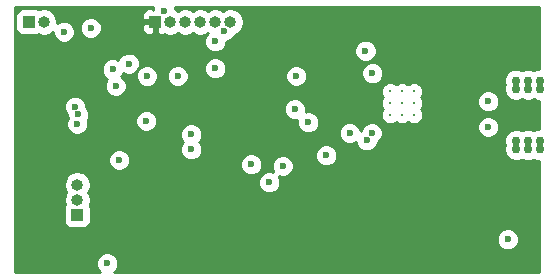
<source format=gbr>
G04 #@! TF.FileFunction,Copper,L3,Inr,Plane*
%FSLAX46Y46*%
G04 Gerber Fmt 4.6, Leading zero omitted, Abs format (unit mm)*
G04 Created by KiCad (PCBNEW 4.0.6) date Mon Mar 20 23:38:24 2017*
%MOMM*%
%LPD*%
G01*
G04 APERTURE LIST*
%ADD10C,0.100000*%
%ADD11C,0.762000*%
%ADD12C,0.300000*%
%ADD13R,1.000000X1.000000*%
%ADD14O,1.000000X1.000000*%
%ADD15C,0.600000*%
%ADD16C,0.250000*%
%ADD17C,0.254000*%
G04 APERTURE END LIST*
D10*
D11*
X11601000Y1448160D03*
X11601000Y2148160D03*
X10601000Y1448160D03*
X9601000Y1448160D03*
X9601000Y2148160D03*
X10601000Y2148160D03*
X11601000Y-2951840D03*
X10601000Y-2951840D03*
X9601000Y-2951840D03*
X9601000Y-3651840D03*
X10601000Y-3651840D03*
X11601000Y-3651840D03*
D12*
X-50800Y228600D03*
X949200Y228600D03*
X949200Y-771400D03*
X-50800Y-771400D03*
X-1050800Y-771400D03*
X-1050800Y1228600D03*
X-50800Y1228600D03*
X949200Y1228600D03*
X-1050800Y228600D03*
D13*
X-31648400Y7112000D03*
D14*
X-30378400Y7112000D03*
D13*
X-20955000Y7112000D03*
D14*
X-19685000Y7112000D03*
X-18415000Y7112000D03*
X-17145000Y7112000D03*
X-15875000Y7112000D03*
X-14605000Y7112000D03*
D13*
X-27559000Y-9220200D03*
D14*
X-27559000Y-7950200D03*
X-27559000Y-6680200D03*
D15*
X7239000Y-1778000D03*
X7239000Y381000D03*
X-25019000Y-13335000D03*
X-3149600Y4661000D03*
X-9017000Y2540000D03*
X8890000Y-11303000D03*
X-24297062Y1691062D03*
X-26416000Y6604000D03*
X-24003000Y-4572000D03*
X-10160000Y-5080000D03*
X-9144000Y-254000D03*
X-8001000Y-1397000D03*
X-2565400Y2768600D03*
X-28676600Y6273800D03*
X-5715000Y2921000D03*
X-26416000Y8001000D03*
X-10033000Y-1397000D03*
X-9906000Y3429000D03*
X-8636000Y-4445000D03*
X3683000Y4064000D03*
X5080000Y2540000D03*
X-23495000Y-5715000D03*
X-24892000Y-2286000D03*
X-22326600Y4445000D03*
X-9398000Y-12192000D03*
X-20928260Y-8178800D03*
X-762000Y6527800D03*
X3429000Y-6350000D03*
X-2489200Y-4902200D03*
X-939800Y-6172200D03*
X1320800Y6121400D03*
X2590800Y-3403600D03*
X-17907000Y-3683000D03*
X-17907000Y-2413000D03*
X-15875000Y3175000D03*
X-15875000Y5461000D03*
X-27752647Y-63567D03*
X-24561800Y3098800D03*
X-23190200Y3581400D03*
X-27482800Y-711200D03*
X-21717000Y-1270000D03*
X-27559000Y-1524000D03*
X-15113000Y6350000D03*
X-19050000Y2540000D03*
X-4495800Y-2286000D03*
X-2616200Y-2286000D03*
X-6477000Y-4191000D03*
X-3048000Y-2921000D03*
X-20193000Y8077200D03*
X-21640800Y2514600D03*
X-11303000Y-6477000D03*
X-12827000Y-4953000D03*
D16*
X-20928260Y-8178800D02*
X-20929600Y-8178800D01*
D17*
G36*
X-21127838Y8263999D02*
X-21127951Y8134201D01*
X-21240750Y8247000D01*
X-21581310Y8247000D01*
X-21814699Y8150327D01*
X-21993327Y7971698D01*
X-22090000Y7738309D01*
X-22090000Y7397750D01*
X-21931250Y7239000D01*
X-21082000Y7239000D01*
X-21082000Y7259000D01*
X-20828000Y7259000D01*
X-20828000Y7239000D01*
X-20808000Y7239000D01*
X-20808000Y7194564D01*
X-20820000Y7134236D01*
X-20820000Y7089764D01*
X-20808000Y7029436D01*
X-20808000Y6985000D01*
X-20828000Y6985000D01*
X-20828000Y6135750D01*
X-20669250Y5977000D01*
X-20328690Y5977000D01*
X-20140182Y6055083D01*
X-20119346Y6041161D01*
X-19685000Y5954764D01*
X-19250654Y6041161D01*
X-19050000Y6175234D01*
X-18849346Y6041161D01*
X-18415000Y5954764D01*
X-17980654Y6041161D01*
X-17780000Y6175234D01*
X-17579346Y6041161D01*
X-17145000Y5954764D01*
X-16710654Y6041161D01*
X-16510000Y6175234D01*
X-16493804Y6164412D01*
X-16667192Y5991327D01*
X-16809838Y5647799D01*
X-16810162Y5275833D01*
X-16668117Y4932057D01*
X-16405327Y4668808D01*
X-16061799Y4526162D01*
X-15689833Y4525838D01*
X-15346057Y4667883D01*
X-15082808Y4930673D01*
X-14940162Y5274201D01*
X-14940039Y5414849D01*
X-14927833Y5414838D01*
X-14584057Y5556883D01*
X-14320808Y5819673D01*
X-14234076Y6028546D01*
X-14170654Y6041161D01*
X-13802434Y6287198D01*
X-13556397Y6655418D01*
X-13470000Y7089764D01*
X-13470000Y7134236D01*
X-13556397Y7568582D01*
X-13802434Y7936802D01*
X-14170654Y8182839D01*
X-14605000Y8269236D01*
X-15039346Y8182839D01*
X-15240000Y8048766D01*
X-15440654Y8182839D01*
X-15875000Y8269236D01*
X-16309346Y8182839D01*
X-16510000Y8048766D01*
X-16710654Y8182839D01*
X-17145000Y8269236D01*
X-17579346Y8182839D01*
X-17780000Y8048766D01*
X-17980654Y8182839D01*
X-18415000Y8269236D01*
X-18849346Y8182839D01*
X-19050000Y8048766D01*
X-19250654Y8182839D01*
X-19257906Y8184282D01*
X-19257838Y8262367D01*
X-19286610Y8332000D01*
X11507000Y8332000D01*
X11507000Y3164243D01*
X11399792Y3164336D01*
X11100726Y3040765D01*
X10803982Y3163984D01*
X10399792Y3164336D01*
X10100726Y3040765D01*
X9803982Y3163984D01*
X9399792Y3164336D01*
X9026234Y3009985D01*
X8740179Y2724429D01*
X8585176Y2351142D01*
X8584824Y1946952D01*
X8646264Y1798257D01*
X8585176Y1651142D01*
X8584824Y1246952D01*
X8739175Y873394D01*
X9024731Y587339D01*
X9398018Y432336D01*
X9802208Y431984D01*
X10101274Y555555D01*
X10398018Y432336D01*
X10802208Y431984D01*
X11101274Y555555D01*
X11398018Y432336D01*
X11507000Y432241D01*
X11507000Y-1935757D01*
X11399792Y-1935664D01*
X11100726Y-2059235D01*
X10803982Y-1936016D01*
X10399792Y-1935664D01*
X10100726Y-2059235D01*
X9803982Y-1936016D01*
X9399792Y-1935664D01*
X9026234Y-2090015D01*
X8740179Y-2375571D01*
X8585176Y-2748858D01*
X8584824Y-3153048D01*
X8646264Y-3301743D01*
X8585176Y-3448858D01*
X8584824Y-3853048D01*
X8739175Y-4226606D01*
X9024731Y-4512661D01*
X9398018Y-4667664D01*
X9802208Y-4668016D01*
X10101274Y-4544445D01*
X10398018Y-4667664D01*
X10802208Y-4668016D01*
X11101274Y-4544445D01*
X11398018Y-4667664D01*
X11507000Y-4667759D01*
X11507000Y-14047000D01*
X-24408798Y-14047000D01*
X-24226808Y-13865327D01*
X-24084162Y-13521799D01*
X-24083838Y-13149833D01*
X-24225883Y-12806057D01*
X-24488673Y-12542808D01*
X-24832201Y-12400162D01*
X-25204167Y-12399838D01*
X-25547943Y-12541883D01*
X-25811192Y-12804673D01*
X-25953838Y-13148201D01*
X-25954162Y-13520167D01*
X-25812117Y-13863943D01*
X-25629379Y-14047000D01*
X-32843000Y-14047000D01*
X-32843000Y-11488167D01*
X7954838Y-11488167D01*
X8096883Y-11831943D01*
X8359673Y-12095192D01*
X8703201Y-12237838D01*
X9075167Y-12238162D01*
X9418943Y-12096117D01*
X9682192Y-11833327D01*
X9824838Y-11489799D01*
X9825162Y-11117833D01*
X9683117Y-10774057D01*
X9420327Y-10510808D01*
X9076799Y-10368162D01*
X8704833Y-10367838D01*
X8361057Y-10509883D01*
X8097808Y-10772673D01*
X7955162Y-11116201D01*
X7954838Y-11488167D01*
X-32843000Y-11488167D01*
X-32843000Y-6680200D01*
X-28716236Y-6680200D01*
X-28629839Y-7114546D01*
X-28495766Y-7315200D01*
X-28629839Y-7515854D01*
X-28716236Y-7950200D01*
X-28629839Y-8384546D01*
X-28614195Y-8407959D01*
X-28655431Y-8468310D01*
X-28706440Y-8720200D01*
X-28706440Y-9720200D01*
X-28662162Y-9955517D01*
X-28523090Y-10171641D01*
X-28310890Y-10316631D01*
X-28059000Y-10367640D01*
X-27059000Y-10367640D01*
X-26823683Y-10323362D01*
X-26607559Y-10184290D01*
X-26462569Y-9972090D01*
X-26411560Y-9720200D01*
X-26411560Y-8720200D01*
X-26455838Y-8484883D01*
X-26504586Y-8409127D01*
X-26488161Y-8384546D01*
X-26401764Y-7950200D01*
X-26488161Y-7515854D01*
X-26622234Y-7315200D01*
X-26488161Y-7114546D01*
X-26401764Y-6680200D01*
X-26405350Y-6662167D01*
X-12238162Y-6662167D01*
X-12096117Y-7005943D01*
X-11833327Y-7269192D01*
X-11489799Y-7411838D01*
X-11117833Y-7412162D01*
X-10774057Y-7270117D01*
X-10510808Y-7007327D01*
X-10368162Y-6663799D01*
X-10367838Y-6291833D01*
X-10509883Y-5948057D01*
X-10511482Y-5946455D01*
X-10346799Y-6014838D01*
X-9974833Y-6015162D01*
X-9631057Y-5873117D01*
X-9367808Y-5610327D01*
X-9225162Y-5266799D01*
X-9224838Y-4894833D01*
X-9366883Y-4551057D01*
X-9541468Y-4376167D01*
X-7412162Y-4376167D01*
X-7270117Y-4719943D01*
X-7007327Y-4983192D01*
X-6663799Y-5125838D01*
X-6291833Y-5126162D01*
X-5948057Y-4984117D01*
X-5684808Y-4721327D01*
X-5542162Y-4377799D01*
X-5541838Y-4005833D01*
X-5683883Y-3662057D01*
X-5946673Y-3398808D01*
X-6290201Y-3256162D01*
X-6662167Y-3255838D01*
X-7005943Y-3397883D01*
X-7269192Y-3660673D01*
X-7411838Y-4004201D01*
X-7412162Y-4376167D01*
X-9541468Y-4376167D01*
X-9629673Y-4287808D01*
X-9973201Y-4145162D01*
X-10345167Y-4144838D01*
X-10688943Y-4286883D01*
X-10952192Y-4549673D01*
X-11094838Y-4893201D01*
X-11095162Y-5265167D01*
X-10953117Y-5608943D01*
X-10951518Y-5610545D01*
X-11116201Y-5542162D01*
X-11488167Y-5541838D01*
X-11831943Y-5683883D01*
X-12095192Y-5946673D01*
X-12237838Y-6290201D01*
X-12238162Y-6662167D01*
X-26405350Y-6662167D01*
X-26488161Y-6245854D01*
X-26734198Y-5877634D01*
X-27102418Y-5631597D01*
X-27536764Y-5545200D01*
X-27581236Y-5545200D01*
X-28015582Y-5631597D01*
X-28383802Y-5877634D01*
X-28629839Y-6245854D01*
X-28716236Y-6680200D01*
X-32843000Y-6680200D01*
X-32843000Y-4757167D01*
X-24938162Y-4757167D01*
X-24796117Y-5100943D01*
X-24533327Y-5364192D01*
X-24189799Y-5506838D01*
X-23817833Y-5507162D01*
X-23474057Y-5365117D01*
X-23246711Y-5138167D01*
X-13762162Y-5138167D01*
X-13620117Y-5481943D01*
X-13357327Y-5745192D01*
X-13013799Y-5887838D01*
X-12641833Y-5888162D01*
X-12298057Y-5746117D01*
X-12034808Y-5483327D01*
X-11892162Y-5139799D01*
X-11891838Y-4767833D01*
X-12033883Y-4424057D01*
X-12296673Y-4160808D01*
X-12640201Y-4018162D01*
X-13012167Y-4017838D01*
X-13355943Y-4159883D01*
X-13619192Y-4422673D01*
X-13761838Y-4766201D01*
X-13762162Y-5138167D01*
X-23246711Y-5138167D01*
X-23210808Y-5102327D01*
X-23068162Y-4758799D01*
X-23067838Y-4386833D01*
X-23209883Y-4043057D01*
X-23472673Y-3779808D01*
X-23816201Y-3637162D01*
X-24188167Y-3636838D01*
X-24531943Y-3778883D01*
X-24795192Y-4041673D01*
X-24937838Y-4385201D01*
X-24938162Y-4757167D01*
X-32843000Y-4757167D01*
X-32843000Y-2598167D01*
X-18842162Y-2598167D01*
X-18700117Y-2941943D01*
X-18594290Y-3047954D01*
X-18699192Y-3152673D01*
X-18841838Y-3496201D01*
X-18842162Y-3868167D01*
X-18700117Y-4211943D01*
X-18437327Y-4475192D01*
X-18093799Y-4617838D01*
X-17721833Y-4618162D01*
X-17378057Y-4476117D01*
X-17114808Y-4213327D01*
X-16972162Y-3869799D01*
X-16971838Y-3497833D01*
X-17113883Y-3154057D01*
X-17219710Y-3048046D01*
X-17114808Y-2943327D01*
X-16972162Y-2599799D01*
X-16972050Y-2471167D01*
X-5430962Y-2471167D01*
X-5288917Y-2814943D01*
X-5026127Y-3078192D01*
X-4682599Y-3220838D01*
X-4310633Y-3221162D01*
X-3983144Y-3085847D01*
X-3983162Y-3106167D01*
X-3841117Y-3449943D01*
X-3578327Y-3713192D01*
X-3234799Y-3855838D01*
X-2862833Y-3856162D01*
X-2519057Y-3714117D01*
X-2255808Y-3451327D01*
X-2113162Y-3107799D01*
X-2113146Y-3089814D01*
X-2087257Y-3079117D01*
X-1824008Y-2816327D01*
X-1681362Y-2472799D01*
X-1681038Y-2100833D01*
X-1737920Y-1963167D01*
X6303838Y-1963167D01*
X6445883Y-2306943D01*
X6708673Y-2570192D01*
X7052201Y-2712838D01*
X7424167Y-2713162D01*
X7767943Y-2571117D01*
X8031192Y-2308327D01*
X8173838Y-1964799D01*
X8174162Y-1592833D01*
X8032117Y-1249057D01*
X7769327Y-985808D01*
X7425799Y-843162D01*
X7053833Y-842838D01*
X6710057Y-984883D01*
X6446808Y-1247673D01*
X6304162Y-1591201D01*
X6303838Y-1963167D01*
X-1737920Y-1963167D01*
X-1823083Y-1757057D01*
X-2085873Y-1493808D01*
X-2429401Y-1351162D01*
X-2801367Y-1350838D01*
X-3145143Y-1492883D01*
X-3408392Y-1755673D01*
X-3551038Y-2099201D01*
X-3551054Y-2117186D01*
X-3560656Y-2121153D01*
X-3560638Y-2100833D01*
X-3702683Y-1757057D01*
X-3965473Y-1493808D01*
X-4309001Y-1351162D01*
X-4680967Y-1350838D01*
X-5024743Y-1492883D01*
X-5287992Y-1755673D01*
X-5430638Y-2099201D01*
X-5430962Y-2471167D01*
X-16972050Y-2471167D01*
X-16971838Y-2227833D01*
X-17113883Y-1884057D01*
X-17376673Y-1620808D01*
X-17720201Y-1478162D01*
X-18092167Y-1477838D01*
X-18435943Y-1619883D01*
X-18699192Y-1882673D01*
X-18841838Y-2226201D01*
X-18842162Y-2598167D01*
X-32843000Y-2598167D01*
X-32843000Y-248734D01*
X-28687809Y-248734D01*
X-28545764Y-592510D01*
X-28417809Y-720689D01*
X-28417962Y-896367D01*
X-28364507Y-1025739D01*
X-28493838Y-1337201D01*
X-28494162Y-1709167D01*
X-28352117Y-2052943D01*
X-28089327Y-2316192D01*
X-27745799Y-2458838D01*
X-27373833Y-2459162D01*
X-27030057Y-2317117D01*
X-26766808Y-2054327D01*
X-26624162Y-1710799D01*
X-26623940Y-1455167D01*
X-22652162Y-1455167D01*
X-22510117Y-1798943D01*
X-22247327Y-2062192D01*
X-21903799Y-2204838D01*
X-21531833Y-2205162D01*
X-21188057Y-2063117D01*
X-20924808Y-1800327D01*
X-20782162Y-1456799D01*
X-20781838Y-1084833D01*
X-20923883Y-741057D01*
X-21186673Y-477808D01*
X-21279730Y-439167D01*
X-10079162Y-439167D01*
X-9937117Y-782943D01*
X-9674327Y-1046192D01*
X-9330799Y-1188838D01*
X-8958833Y-1189162D01*
X-8920530Y-1173336D01*
X-8935838Y-1210201D01*
X-8936162Y-1582167D01*
X-8794117Y-1925943D01*
X-8531327Y-2189192D01*
X-8187799Y-2331838D01*
X-7815833Y-2332162D01*
X-7472057Y-2190117D01*
X-7208808Y-1927327D01*
X-7066162Y-1583799D01*
X-7065838Y-1211833D01*
X-7207883Y-868057D01*
X-7470673Y-604808D01*
X-7814201Y-462162D01*
X-8186167Y-461838D01*
X-8224470Y-477664D01*
X-8209162Y-440799D01*
X-8208838Y-68833D01*
X-8350883Y274943D01*
X-8613673Y538192D01*
X-8957201Y680838D01*
X-9329167Y681162D01*
X-9672943Y539117D01*
X-9936192Y276327D01*
X-10078838Y-67201D01*
X-10079162Y-439167D01*
X-21279730Y-439167D01*
X-21530201Y-335162D01*
X-21902167Y-334838D01*
X-22245943Y-476883D01*
X-22509192Y-739673D01*
X-22651838Y-1083201D01*
X-22652162Y-1455167D01*
X-26623940Y-1455167D01*
X-26623838Y-1338833D01*
X-26677293Y-1209461D01*
X-26547962Y-897999D01*
X-26547638Y-526033D01*
X-26689683Y-182257D01*
X-26817638Y-54078D01*
X-26817485Y121600D01*
X-26959530Y465376D01*
X-27222320Y728625D01*
X-27565848Y871271D01*
X-27937814Y871595D01*
X-28281590Y729550D01*
X-28544839Y466760D01*
X-28687485Y123232D01*
X-28687809Y-248734D01*
X-32843000Y-248734D01*
X-32843000Y2913633D01*
X-25496962Y2913633D01*
X-25354917Y2569857D01*
X-25092127Y2306608D01*
X-25029808Y2280731D01*
X-25089254Y2221389D01*
X-25231900Y1877861D01*
X-25232224Y1505895D01*
X-25090179Y1162119D01*
X-24827389Y898870D01*
X-24483861Y756224D01*
X-24111895Y755900D01*
X-23768119Y897945D01*
X-23592619Y1073139D01*
X-1835936Y1073139D01*
X-1716679Y784514D01*
X-1660958Y728696D01*
X-1715903Y673847D01*
X-1835663Y385431D01*
X-1835936Y73139D01*
X-1716679Y-215486D01*
X-1660958Y-271304D01*
X-1715903Y-326153D01*
X-1835663Y-614569D01*
X-1835936Y-926861D01*
X-1716679Y-1215486D01*
X-1496047Y-1436503D01*
X-1207631Y-1556263D01*
X-895339Y-1556536D01*
X-606714Y-1437279D01*
X-550896Y-1381558D01*
X-496047Y-1436503D01*
X-207631Y-1556263D01*
X104661Y-1556536D01*
X393286Y-1437279D01*
X449104Y-1381558D01*
X503953Y-1436503D01*
X792369Y-1556263D01*
X1104661Y-1556536D01*
X1393286Y-1437279D01*
X1614303Y-1216647D01*
X1734063Y-928231D01*
X1734336Y-615939D01*
X1615079Y-327314D01*
X1559358Y-271496D01*
X1614303Y-216647D01*
X1734063Y71769D01*
X1734171Y195833D01*
X6303838Y195833D01*
X6445883Y-147943D01*
X6708673Y-411192D01*
X7052201Y-553838D01*
X7424167Y-554162D01*
X7767943Y-412117D01*
X8031192Y-149327D01*
X8173838Y194201D01*
X8174162Y566167D01*
X8032117Y909943D01*
X7769327Y1173192D01*
X7425799Y1315838D01*
X7053833Y1316162D01*
X6710057Y1174117D01*
X6446808Y911327D01*
X6304162Y567799D01*
X6303838Y195833D01*
X1734171Y195833D01*
X1734336Y384061D01*
X1615079Y672686D01*
X1559358Y728504D01*
X1614303Y783353D01*
X1734063Y1071769D01*
X1734336Y1384061D01*
X1615079Y1672686D01*
X1394447Y1893703D01*
X1106031Y2013463D01*
X793739Y2013736D01*
X505114Y1894479D01*
X449296Y1838758D01*
X394447Y1893703D01*
X106031Y2013463D01*
X-206261Y2013736D01*
X-494886Y1894479D01*
X-550704Y1838758D01*
X-605553Y1893703D01*
X-893969Y2013463D01*
X-1206261Y2013736D01*
X-1494886Y1894479D01*
X-1715903Y1673847D01*
X-1835663Y1385431D01*
X-1835936Y1073139D01*
X-23592619Y1073139D01*
X-23504870Y1160735D01*
X-23362224Y1504263D01*
X-23361900Y1876229D01*
X-23503945Y2220005D01*
X-23766735Y2483254D01*
X-23829054Y2509131D01*
X-23769608Y2568473D01*
X-23684212Y2774129D01*
X-23376999Y2646562D01*
X-23005033Y2646238D01*
X-22661257Y2788283D01*
X-22453401Y2995776D01*
X-22575638Y2701399D01*
X-22575962Y2329433D01*
X-22433917Y1985657D01*
X-22171127Y1722408D01*
X-21827599Y1579762D01*
X-21455633Y1579438D01*
X-21111857Y1721483D01*
X-20848608Y1984273D01*
X-20705962Y2327801D01*
X-20705939Y2354833D01*
X-19985162Y2354833D01*
X-19843117Y2011057D01*
X-19580327Y1747808D01*
X-19236799Y1605162D01*
X-18864833Y1604838D01*
X-18521057Y1746883D01*
X-18257808Y2009673D01*
X-18115162Y2353201D01*
X-18114838Y2725167D01*
X-18224195Y2989833D01*
X-16810162Y2989833D01*
X-16668117Y2646057D01*
X-16405327Y2382808D01*
X-16061799Y2240162D01*
X-15689833Y2239838D01*
X-15411524Y2354833D01*
X-9952162Y2354833D01*
X-9810117Y2011057D01*
X-9547327Y1747808D01*
X-9203799Y1605162D01*
X-8831833Y1604838D01*
X-8488057Y1746883D01*
X-8224808Y2009673D01*
X-8082162Y2353201D01*
X-8081962Y2583433D01*
X-3500562Y2583433D01*
X-3358517Y2239657D01*
X-3095727Y1976408D01*
X-2752199Y1833762D01*
X-2380233Y1833438D01*
X-2036457Y1975483D01*
X-1773208Y2238273D01*
X-1630562Y2581801D01*
X-1630238Y2953767D01*
X-1772283Y3297543D01*
X-2035073Y3560792D01*
X-2378601Y3703438D01*
X-2750567Y3703762D01*
X-3094343Y3561717D01*
X-3357592Y3298927D01*
X-3500238Y2955399D01*
X-3500562Y2583433D01*
X-8081962Y2583433D01*
X-8081838Y2725167D01*
X-8223883Y3068943D01*
X-8486673Y3332192D01*
X-8830201Y3474838D01*
X-9202167Y3475162D01*
X-9545943Y3333117D01*
X-9809192Y3070327D01*
X-9951838Y2726799D01*
X-9952162Y2354833D01*
X-15411524Y2354833D01*
X-15346057Y2381883D01*
X-15082808Y2644673D01*
X-14940162Y2988201D01*
X-14939838Y3360167D01*
X-15081883Y3703943D01*
X-15344673Y3967192D01*
X-15688201Y4109838D01*
X-16060167Y4110162D01*
X-16403943Y3968117D01*
X-16667192Y3705327D01*
X-16809838Y3361799D01*
X-16810162Y2989833D01*
X-18224195Y2989833D01*
X-18256883Y3068943D01*
X-18519673Y3332192D01*
X-18863201Y3474838D01*
X-19235167Y3475162D01*
X-19578943Y3333117D01*
X-19842192Y3070327D01*
X-19984838Y2726799D01*
X-19985162Y2354833D01*
X-20705939Y2354833D01*
X-20705638Y2699767D01*
X-20847683Y3043543D01*
X-21110473Y3306792D01*
X-21454001Y3449438D01*
X-21825967Y3449762D01*
X-22169743Y3307717D01*
X-22377599Y3100224D01*
X-22255362Y3394601D01*
X-22255038Y3766567D01*
X-22397083Y4110343D01*
X-22659873Y4373592D01*
X-22906095Y4475833D01*
X-4084762Y4475833D01*
X-3942717Y4132057D01*
X-3679927Y3868808D01*
X-3336399Y3726162D01*
X-2964433Y3725838D01*
X-2620657Y3867883D01*
X-2357408Y4130673D01*
X-2214762Y4474201D01*
X-2214438Y4846167D01*
X-2356483Y5189943D01*
X-2619273Y5453192D01*
X-2962801Y5595838D01*
X-3334767Y5596162D01*
X-3678543Y5454117D01*
X-3941792Y5191327D01*
X-4084438Y4847799D01*
X-4084762Y4475833D01*
X-22906095Y4475833D01*
X-23003401Y4516238D01*
X-23375367Y4516562D01*
X-23719143Y4374517D01*
X-23982392Y4111727D01*
X-24067788Y3906071D01*
X-24375001Y4033638D01*
X-24746967Y4033962D01*
X-25090743Y3891917D01*
X-25353992Y3629127D01*
X-25496638Y3285599D01*
X-25496962Y2913633D01*
X-32843000Y2913633D01*
X-32843000Y7612000D01*
X-32795840Y7612000D01*
X-32795840Y6612000D01*
X-32751562Y6376683D01*
X-32612490Y6160559D01*
X-32400290Y6015569D01*
X-32148400Y5964560D01*
X-31148400Y5964560D01*
X-30913083Y6008838D01*
X-30837327Y6057586D01*
X-30812746Y6041161D01*
X-30378400Y5954764D01*
X-29944054Y6041161D01*
X-29611610Y6263293D01*
X-29611762Y6088633D01*
X-29469717Y5744857D01*
X-29206927Y5481608D01*
X-28863399Y5338962D01*
X-28491433Y5338638D01*
X-28147657Y5480683D01*
X-27884408Y5743473D01*
X-27741762Y6087001D01*
X-27741473Y6418833D01*
X-27351162Y6418833D01*
X-27209117Y6075057D01*
X-26946327Y5811808D01*
X-26602799Y5669162D01*
X-26230833Y5668838D01*
X-25887057Y5810883D01*
X-25623808Y6073673D01*
X-25481162Y6417201D01*
X-25480838Y6789167D01*
X-25496160Y6826250D01*
X-22090000Y6826250D01*
X-22090000Y6485691D01*
X-21993327Y6252302D01*
X-21814699Y6073673D01*
X-21581310Y5977000D01*
X-21240750Y5977000D01*
X-21082000Y6135750D01*
X-21082000Y6985000D01*
X-21931250Y6985000D01*
X-22090000Y6826250D01*
X-25496160Y6826250D01*
X-25622883Y7132943D01*
X-25885673Y7396192D01*
X-26229201Y7538838D01*
X-26601167Y7539162D01*
X-26944943Y7397117D01*
X-27208192Y7134327D01*
X-27350838Y6790799D01*
X-27351162Y6418833D01*
X-27741473Y6418833D01*
X-27741438Y6458967D01*
X-27883483Y6802743D01*
X-28146273Y7065992D01*
X-28489801Y7208638D01*
X-28861767Y7208962D01*
X-29205543Y7066917D01*
X-29258450Y7014102D01*
X-29243400Y7089764D01*
X-29243400Y7134236D01*
X-29329797Y7568582D01*
X-29575834Y7936802D01*
X-29944054Y8182839D01*
X-30378400Y8269236D01*
X-30812746Y8182839D01*
X-30836159Y8167195D01*
X-30896510Y8208431D01*
X-31148400Y8259440D01*
X-32148400Y8259440D01*
X-32383717Y8215162D01*
X-32599841Y8076090D01*
X-32744831Y7863890D01*
X-32795840Y7612000D01*
X-32843000Y7612000D01*
X-32843000Y8332000D01*
X-21099601Y8332000D01*
X-21127838Y8263999D01*
X-21127838Y8263999D01*
G37*
X-21127838Y8263999D02*
X-21127951Y8134201D01*
X-21240750Y8247000D01*
X-21581310Y8247000D01*
X-21814699Y8150327D01*
X-21993327Y7971698D01*
X-22090000Y7738309D01*
X-22090000Y7397750D01*
X-21931250Y7239000D01*
X-21082000Y7239000D01*
X-21082000Y7259000D01*
X-20828000Y7259000D01*
X-20828000Y7239000D01*
X-20808000Y7239000D01*
X-20808000Y7194564D01*
X-20820000Y7134236D01*
X-20820000Y7089764D01*
X-20808000Y7029436D01*
X-20808000Y6985000D01*
X-20828000Y6985000D01*
X-20828000Y6135750D01*
X-20669250Y5977000D01*
X-20328690Y5977000D01*
X-20140182Y6055083D01*
X-20119346Y6041161D01*
X-19685000Y5954764D01*
X-19250654Y6041161D01*
X-19050000Y6175234D01*
X-18849346Y6041161D01*
X-18415000Y5954764D01*
X-17980654Y6041161D01*
X-17780000Y6175234D01*
X-17579346Y6041161D01*
X-17145000Y5954764D01*
X-16710654Y6041161D01*
X-16510000Y6175234D01*
X-16493804Y6164412D01*
X-16667192Y5991327D01*
X-16809838Y5647799D01*
X-16810162Y5275833D01*
X-16668117Y4932057D01*
X-16405327Y4668808D01*
X-16061799Y4526162D01*
X-15689833Y4525838D01*
X-15346057Y4667883D01*
X-15082808Y4930673D01*
X-14940162Y5274201D01*
X-14940039Y5414849D01*
X-14927833Y5414838D01*
X-14584057Y5556883D01*
X-14320808Y5819673D01*
X-14234076Y6028546D01*
X-14170654Y6041161D01*
X-13802434Y6287198D01*
X-13556397Y6655418D01*
X-13470000Y7089764D01*
X-13470000Y7134236D01*
X-13556397Y7568582D01*
X-13802434Y7936802D01*
X-14170654Y8182839D01*
X-14605000Y8269236D01*
X-15039346Y8182839D01*
X-15240000Y8048766D01*
X-15440654Y8182839D01*
X-15875000Y8269236D01*
X-16309346Y8182839D01*
X-16510000Y8048766D01*
X-16710654Y8182839D01*
X-17145000Y8269236D01*
X-17579346Y8182839D01*
X-17780000Y8048766D01*
X-17980654Y8182839D01*
X-18415000Y8269236D01*
X-18849346Y8182839D01*
X-19050000Y8048766D01*
X-19250654Y8182839D01*
X-19257906Y8184282D01*
X-19257838Y8262367D01*
X-19286610Y8332000D01*
X11507000Y8332000D01*
X11507000Y3164243D01*
X11399792Y3164336D01*
X11100726Y3040765D01*
X10803982Y3163984D01*
X10399792Y3164336D01*
X10100726Y3040765D01*
X9803982Y3163984D01*
X9399792Y3164336D01*
X9026234Y3009985D01*
X8740179Y2724429D01*
X8585176Y2351142D01*
X8584824Y1946952D01*
X8646264Y1798257D01*
X8585176Y1651142D01*
X8584824Y1246952D01*
X8739175Y873394D01*
X9024731Y587339D01*
X9398018Y432336D01*
X9802208Y431984D01*
X10101274Y555555D01*
X10398018Y432336D01*
X10802208Y431984D01*
X11101274Y555555D01*
X11398018Y432336D01*
X11507000Y432241D01*
X11507000Y-1935757D01*
X11399792Y-1935664D01*
X11100726Y-2059235D01*
X10803982Y-1936016D01*
X10399792Y-1935664D01*
X10100726Y-2059235D01*
X9803982Y-1936016D01*
X9399792Y-1935664D01*
X9026234Y-2090015D01*
X8740179Y-2375571D01*
X8585176Y-2748858D01*
X8584824Y-3153048D01*
X8646264Y-3301743D01*
X8585176Y-3448858D01*
X8584824Y-3853048D01*
X8739175Y-4226606D01*
X9024731Y-4512661D01*
X9398018Y-4667664D01*
X9802208Y-4668016D01*
X10101274Y-4544445D01*
X10398018Y-4667664D01*
X10802208Y-4668016D01*
X11101274Y-4544445D01*
X11398018Y-4667664D01*
X11507000Y-4667759D01*
X11507000Y-14047000D01*
X-24408798Y-14047000D01*
X-24226808Y-13865327D01*
X-24084162Y-13521799D01*
X-24083838Y-13149833D01*
X-24225883Y-12806057D01*
X-24488673Y-12542808D01*
X-24832201Y-12400162D01*
X-25204167Y-12399838D01*
X-25547943Y-12541883D01*
X-25811192Y-12804673D01*
X-25953838Y-13148201D01*
X-25954162Y-13520167D01*
X-25812117Y-13863943D01*
X-25629379Y-14047000D01*
X-32843000Y-14047000D01*
X-32843000Y-11488167D01*
X7954838Y-11488167D01*
X8096883Y-11831943D01*
X8359673Y-12095192D01*
X8703201Y-12237838D01*
X9075167Y-12238162D01*
X9418943Y-12096117D01*
X9682192Y-11833327D01*
X9824838Y-11489799D01*
X9825162Y-11117833D01*
X9683117Y-10774057D01*
X9420327Y-10510808D01*
X9076799Y-10368162D01*
X8704833Y-10367838D01*
X8361057Y-10509883D01*
X8097808Y-10772673D01*
X7955162Y-11116201D01*
X7954838Y-11488167D01*
X-32843000Y-11488167D01*
X-32843000Y-6680200D01*
X-28716236Y-6680200D01*
X-28629839Y-7114546D01*
X-28495766Y-7315200D01*
X-28629839Y-7515854D01*
X-28716236Y-7950200D01*
X-28629839Y-8384546D01*
X-28614195Y-8407959D01*
X-28655431Y-8468310D01*
X-28706440Y-8720200D01*
X-28706440Y-9720200D01*
X-28662162Y-9955517D01*
X-28523090Y-10171641D01*
X-28310890Y-10316631D01*
X-28059000Y-10367640D01*
X-27059000Y-10367640D01*
X-26823683Y-10323362D01*
X-26607559Y-10184290D01*
X-26462569Y-9972090D01*
X-26411560Y-9720200D01*
X-26411560Y-8720200D01*
X-26455838Y-8484883D01*
X-26504586Y-8409127D01*
X-26488161Y-8384546D01*
X-26401764Y-7950200D01*
X-26488161Y-7515854D01*
X-26622234Y-7315200D01*
X-26488161Y-7114546D01*
X-26401764Y-6680200D01*
X-26405350Y-6662167D01*
X-12238162Y-6662167D01*
X-12096117Y-7005943D01*
X-11833327Y-7269192D01*
X-11489799Y-7411838D01*
X-11117833Y-7412162D01*
X-10774057Y-7270117D01*
X-10510808Y-7007327D01*
X-10368162Y-6663799D01*
X-10367838Y-6291833D01*
X-10509883Y-5948057D01*
X-10511482Y-5946455D01*
X-10346799Y-6014838D01*
X-9974833Y-6015162D01*
X-9631057Y-5873117D01*
X-9367808Y-5610327D01*
X-9225162Y-5266799D01*
X-9224838Y-4894833D01*
X-9366883Y-4551057D01*
X-9541468Y-4376167D01*
X-7412162Y-4376167D01*
X-7270117Y-4719943D01*
X-7007327Y-4983192D01*
X-6663799Y-5125838D01*
X-6291833Y-5126162D01*
X-5948057Y-4984117D01*
X-5684808Y-4721327D01*
X-5542162Y-4377799D01*
X-5541838Y-4005833D01*
X-5683883Y-3662057D01*
X-5946673Y-3398808D01*
X-6290201Y-3256162D01*
X-6662167Y-3255838D01*
X-7005943Y-3397883D01*
X-7269192Y-3660673D01*
X-7411838Y-4004201D01*
X-7412162Y-4376167D01*
X-9541468Y-4376167D01*
X-9629673Y-4287808D01*
X-9973201Y-4145162D01*
X-10345167Y-4144838D01*
X-10688943Y-4286883D01*
X-10952192Y-4549673D01*
X-11094838Y-4893201D01*
X-11095162Y-5265167D01*
X-10953117Y-5608943D01*
X-10951518Y-5610545D01*
X-11116201Y-5542162D01*
X-11488167Y-5541838D01*
X-11831943Y-5683883D01*
X-12095192Y-5946673D01*
X-12237838Y-6290201D01*
X-12238162Y-6662167D01*
X-26405350Y-6662167D01*
X-26488161Y-6245854D01*
X-26734198Y-5877634D01*
X-27102418Y-5631597D01*
X-27536764Y-5545200D01*
X-27581236Y-5545200D01*
X-28015582Y-5631597D01*
X-28383802Y-5877634D01*
X-28629839Y-6245854D01*
X-28716236Y-6680200D01*
X-32843000Y-6680200D01*
X-32843000Y-4757167D01*
X-24938162Y-4757167D01*
X-24796117Y-5100943D01*
X-24533327Y-5364192D01*
X-24189799Y-5506838D01*
X-23817833Y-5507162D01*
X-23474057Y-5365117D01*
X-23246711Y-5138167D01*
X-13762162Y-5138167D01*
X-13620117Y-5481943D01*
X-13357327Y-5745192D01*
X-13013799Y-5887838D01*
X-12641833Y-5888162D01*
X-12298057Y-5746117D01*
X-12034808Y-5483327D01*
X-11892162Y-5139799D01*
X-11891838Y-4767833D01*
X-12033883Y-4424057D01*
X-12296673Y-4160808D01*
X-12640201Y-4018162D01*
X-13012167Y-4017838D01*
X-13355943Y-4159883D01*
X-13619192Y-4422673D01*
X-13761838Y-4766201D01*
X-13762162Y-5138167D01*
X-23246711Y-5138167D01*
X-23210808Y-5102327D01*
X-23068162Y-4758799D01*
X-23067838Y-4386833D01*
X-23209883Y-4043057D01*
X-23472673Y-3779808D01*
X-23816201Y-3637162D01*
X-24188167Y-3636838D01*
X-24531943Y-3778883D01*
X-24795192Y-4041673D01*
X-24937838Y-4385201D01*
X-24938162Y-4757167D01*
X-32843000Y-4757167D01*
X-32843000Y-2598167D01*
X-18842162Y-2598167D01*
X-18700117Y-2941943D01*
X-18594290Y-3047954D01*
X-18699192Y-3152673D01*
X-18841838Y-3496201D01*
X-18842162Y-3868167D01*
X-18700117Y-4211943D01*
X-18437327Y-4475192D01*
X-18093799Y-4617838D01*
X-17721833Y-4618162D01*
X-17378057Y-4476117D01*
X-17114808Y-4213327D01*
X-16972162Y-3869799D01*
X-16971838Y-3497833D01*
X-17113883Y-3154057D01*
X-17219710Y-3048046D01*
X-17114808Y-2943327D01*
X-16972162Y-2599799D01*
X-16972050Y-2471167D01*
X-5430962Y-2471167D01*
X-5288917Y-2814943D01*
X-5026127Y-3078192D01*
X-4682599Y-3220838D01*
X-4310633Y-3221162D01*
X-3983144Y-3085847D01*
X-3983162Y-3106167D01*
X-3841117Y-3449943D01*
X-3578327Y-3713192D01*
X-3234799Y-3855838D01*
X-2862833Y-3856162D01*
X-2519057Y-3714117D01*
X-2255808Y-3451327D01*
X-2113162Y-3107799D01*
X-2113146Y-3089814D01*
X-2087257Y-3079117D01*
X-1824008Y-2816327D01*
X-1681362Y-2472799D01*
X-1681038Y-2100833D01*
X-1737920Y-1963167D01*
X6303838Y-1963167D01*
X6445883Y-2306943D01*
X6708673Y-2570192D01*
X7052201Y-2712838D01*
X7424167Y-2713162D01*
X7767943Y-2571117D01*
X8031192Y-2308327D01*
X8173838Y-1964799D01*
X8174162Y-1592833D01*
X8032117Y-1249057D01*
X7769327Y-985808D01*
X7425799Y-843162D01*
X7053833Y-842838D01*
X6710057Y-984883D01*
X6446808Y-1247673D01*
X6304162Y-1591201D01*
X6303838Y-1963167D01*
X-1737920Y-1963167D01*
X-1823083Y-1757057D01*
X-2085873Y-1493808D01*
X-2429401Y-1351162D01*
X-2801367Y-1350838D01*
X-3145143Y-1492883D01*
X-3408392Y-1755673D01*
X-3551038Y-2099201D01*
X-3551054Y-2117186D01*
X-3560656Y-2121153D01*
X-3560638Y-2100833D01*
X-3702683Y-1757057D01*
X-3965473Y-1493808D01*
X-4309001Y-1351162D01*
X-4680967Y-1350838D01*
X-5024743Y-1492883D01*
X-5287992Y-1755673D01*
X-5430638Y-2099201D01*
X-5430962Y-2471167D01*
X-16972050Y-2471167D01*
X-16971838Y-2227833D01*
X-17113883Y-1884057D01*
X-17376673Y-1620808D01*
X-17720201Y-1478162D01*
X-18092167Y-1477838D01*
X-18435943Y-1619883D01*
X-18699192Y-1882673D01*
X-18841838Y-2226201D01*
X-18842162Y-2598167D01*
X-32843000Y-2598167D01*
X-32843000Y-248734D01*
X-28687809Y-248734D01*
X-28545764Y-592510D01*
X-28417809Y-720689D01*
X-28417962Y-896367D01*
X-28364507Y-1025739D01*
X-28493838Y-1337201D01*
X-28494162Y-1709167D01*
X-28352117Y-2052943D01*
X-28089327Y-2316192D01*
X-27745799Y-2458838D01*
X-27373833Y-2459162D01*
X-27030057Y-2317117D01*
X-26766808Y-2054327D01*
X-26624162Y-1710799D01*
X-26623940Y-1455167D01*
X-22652162Y-1455167D01*
X-22510117Y-1798943D01*
X-22247327Y-2062192D01*
X-21903799Y-2204838D01*
X-21531833Y-2205162D01*
X-21188057Y-2063117D01*
X-20924808Y-1800327D01*
X-20782162Y-1456799D01*
X-20781838Y-1084833D01*
X-20923883Y-741057D01*
X-21186673Y-477808D01*
X-21279730Y-439167D01*
X-10079162Y-439167D01*
X-9937117Y-782943D01*
X-9674327Y-1046192D01*
X-9330799Y-1188838D01*
X-8958833Y-1189162D01*
X-8920530Y-1173336D01*
X-8935838Y-1210201D01*
X-8936162Y-1582167D01*
X-8794117Y-1925943D01*
X-8531327Y-2189192D01*
X-8187799Y-2331838D01*
X-7815833Y-2332162D01*
X-7472057Y-2190117D01*
X-7208808Y-1927327D01*
X-7066162Y-1583799D01*
X-7065838Y-1211833D01*
X-7207883Y-868057D01*
X-7470673Y-604808D01*
X-7814201Y-462162D01*
X-8186167Y-461838D01*
X-8224470Y-477664D01*
X-8209162Y-440799D01*
X-8208838Y-68833D01*
X-8350883Y274943D01*
X-8613673Y538192D01*
X-8957201Y680838D01*
X-9329167Y681162D01*
X-9672943Y539117D01*
X-9936192Y276327D01*
X-10078838Y-67201D01*
X-10079162Y-439167D01*
X-21279730Y-439167D01*
X-21530201Y-335162D01*
X-21902167Y-334838D01*
X-22245943Y-476883D01*
X-22509192Y-739673D01*
X-22651838Y-1083201D01*
X-22652162Y-1455167D01*
X-26623940Y-1455167D01*
X-26623838Y-1338833D01*
X-26677293Y-1209461D01*
X-26547962Y-897999D01*
X-26547638Y-526033D01*
X-26689683Y-182257D01*
X-26817638Y-54078D01*
X-26817485Y121600D01*
X-26959530Y465376D01*
X-27222320Y728625D01*
X-27565848Y871271D01*
X-27937814Y871595D01*
X-28281590Y729550D01*
X-28544839Y466760D01*
X-28687485Y123232D01*
X-28687809Y-248734D01*
X-32843000Y-248734D01*
X-32843000Y2913633D01*
X-25496962Y2913633D01*
X-25354917Y2569857D01*
X-25092127Y2306608D01*
X-25029808Y2280731D01*
X-25089254Y2221389D01*
X-25231900Y1877861D01*
X-25232224Y1505895D01*
X-25090179Y1162119D01*
X-24827389Y898870D01*
X-24483861Y756224D01*
X-24111895Y755900D01*
X-23768119Y897945D01*
X-23592619Y1073139D01*
X-1835936Y1073139D01*
X-1716679Y784514D01*
X-1660958Y728696D01*
X-1715903Y673847D01*
X-1835663Y385431D01*
X-1835936Y73139D01*
X-1716679Y-215486D01*
X-1660958Y-271304D01*
X-1715903Y-326153D01*
X-1835663Y-614569D01*
X-1835936Y-926861D01*
X-1716679Y-1215486D01*
X-1496047Y-1436503D01*
X-1207631Y-1556263D01*
X-895339Y-1556536D01*
X-606714Y-1437279D01*
X-550896Y-1381558D01*
X-496047Y-1436503D01*
X-207631Y-1556263D01*
X104661Y-1556536D01*
X393286Y-1437279D01*
X449104Y-1381558D01*
X503953Y-1436503D01*
X792369Y-1556263D01*
X1104661Y-1556536D01*
X1393286Y-1437279D01*
X1614303Y-1216647D01*
X1734063Y-928231D01*
X1734336Y-615939D01*
X1615079Y-327314D01*
X1559358Y-271496D01*
X1614303Y-216647D01*
X1734063Y71769D01*
X1734171Y195833D01*
X6303838Y195833D01*
X6445883Y-147943D01*
X6708673Y-411192D01*
X7052201Y-553838D01*
X7424167Y-554162D01*
X7767943Y-412117D01*
X8031192Y-149327D01*
X8173838Y194201D01*
X8174162Y566167D01*
X8032117Y909943D01*
X7769327Y1173192D01*
X7425799Y1315838D01*
X7053833Y1316162D01*
X6710057Y1174117D01*
X6446808Y911327D01*
X6304162Y567799D01*
X6303838Y195833D01*
X1734171Y195833D01*
X1734336Y384061D01*
X1615079Y672686D01*
X1559358Y728504D01*
X1614303Y783353D01*
X1734063Y1071769D01*
X1734336Y1384061D01*
X1615079Y1672686D01*
X1394447Y1893703D01*
X1106031Y2013463D01*
X793739Y2013736D01*
X505114Y1894479D01*
X449296Y1838758D01*
X394447Y1893703D01*
X106031Y2013463D01*
X-206261Y2013736D01*
X-494886Y1894479D01*
X-550704Y1838758D01*
X-605553Y1893703D01*
X-893969Y2013463D01*
X-1206261Y2013736D01*
X-1494886Y1894479D01*
X-1715903Y1673847D01*
X-1835663Y1385431D01*
X-1835936Y1073139D01*
X-23592619Y1073139D01*
X-23504870Y1160735D01*
X-23362224Y1504263D01*
X-23361900Y1876229D01*
X-23503945Y2220005D01*
X-23766735Y2483254D01*
X-23829054Y2509131D01*
X-23769608Y2568473D01*
X-23684212Y2774129D01*
X-23376999Y2646562D01*
X-23005033Y2646238D01*
X-22661257Y2788283D01*
X-22453401Y2995776D01*
X-22575638Y2701399D01*
X-22575962Y2329433D01*
X-22433917Y1985657D01*
X-22171127Y1722408D01*
X-21827599Y1579762D01*
X-21455633Y1579438D01*
X-21111857Y1721483D01*
X-20848608Y1984273D01*
X-20705962Y2327801D01*
X-20705939Y2354833D01*
X-19985162Y2354833D01*
X-19843117Y2011057D01*
X-19580327Y1747808D01*
X-19236799Y1605162D01*
X-18864833Y1604838D01*
X-18521057Y1746883D01*
X-18257808Y2009673D01*
X-18115162Y2353201D01*
X-18114838Y2725167D01*
X-18224195Y2989833D01*
X-16810162Y2989833D01*
X-16668117Y2646057D01*
X-16405327Y2382808D01*
X-16061799Y2240162D01*
X-15689833Y2239838D01*
X-15411524Y2354833D01*
X-9952162Y2354833D01*
X-9810117Y2011057D01*
X-9547327Y1747808D01*
X-9203799Y1605162D01*
X-8831833Y1604838D01*
X-8488057Y1746883D01*
X-8224808Y2009673D01*
X-8082162Y2353201D01*
X-8081962Y2583433D01*
X-3500562Y2583433D01*
X-3358517Y2239657D01*
X-3095727Y1976408D01*
X-2752199Y1833762D01*
X-2380233Y1833438D01*
X-2036457Y1975483D01*
X-1773208Y2238273D01*
X-1630562Y2581801D01*
X-1630238Y2953767D01*
X-1772283Y3297543D01*
X-2035073Y3560792D01*
X-2378601Y3703438D01*
X-2750567Y3703762D01*
X-3094343Y3561717D01*
X-3357592Y3298927D01*
X-3500238Y2955399D01*
X-3500562Y2583433D01*
X-8081962Y2583433D01*
X-8081838Y2725167D01*
X-8223883Y3068943D01*
X-8486673Y3332192D01*
X-8830201Y3474838D01*
X-9202167Y3475162D01*
X-9545943Y3333117D01*
X-9809192Y3070327D01*
X-9951838Y2726799D01*
X-9952162Y2354833D01*
X-15411524Y2354833D01*
X-15346057Y2381883D01*
X-15082808Y2644673D01*
X-14940162Y2988201D01*
X-14939838Y3360167D01*
X-15081883Y3703943D01*
X-15344673Y3967192D01*
X-15688201Y4109838D01*
X-16060167Y4110162D01*
X-16403943Y3968117D01*
X-16667192Y3705327D01*
X-16809838Y3361799D01*
X-16810162Y2989833D01*
X-18224195Y2989833D01*
X-18256883Y3068943D01*
X-18519673Y3332192D01*
X-18863201Y3474838D01*
X-19235167Y3475162D01*
X-19578943Y3333117D01*
X-19842192Y3070327D01*
X-19984838Y2726799D01*
X-19985162Y2354833D01*
X-20705939Y2354833D01*
X-20705638Y2699767D01*
X-20847683Y3043543D01*
X-21110473Y3306792D01*
X-21454001Y3449438D01*
X-21825967Y3449762D01*
X-22169743Y3307717D01*
X-22377599Y3100224D01*
X-22255362Y3394601D01*
X-22255038Y3766567D01*
X-22397083Y4110343D01*
X-22659873Y4373592D01*
X-22906095Y4475833D01*
X-4084762Y4475833D01*
X-3942717Y4132057D01*
X-3679927Y3868808D01*
X-3336399Y3726162D01*
X-2964433Y3725838D01*
X-2620657Y3867883D01*
X-2357408Y4130673D01*
X-2214762Y4474201D01*
X-2214438Y4846167D01*
X-2356483Y5189943D01*
X-2619273Y5453192D01*
X-2962801Y5595838D01*
X-3334767Y5596162D01*
X-3678543Y5454117D01*
X-3941792Y5191327D01*
X-4084438Y4847799D01*
X-4084762Y4475833D01*
X-22906095Y4475833D01*
X-23003401Y4516238D01*
X-23375367Y4516562D01*
X-23719143Y4374517D01*
X-23982392Y4111727D01*
X-24067788Y3906071D01*
X-24375001Y4033638D01*
X-24746967Y4033962D01*
X-25090743Y3891917D01*
X-25353992Y3629127D01*
X-25496638Y3285599D01*
X-25496962Y2913633D01*
X-32843000Y2913633D01*
X-32843000Y7612000D01*
X-32795840Y7612000D01*
X-32795840Y6612000D01*
X-32751562Y6376683D01*
X-32612490Y6160559D01*
X-32400290Y6015569D01*
X-32148400Y5964560D01*
X-31148400Y5964560D01*
X-30913083Y6008838D01*
X-30837327Y6057586D01*
X-30812746Y6041161D01*
X-30378400Y5954764D01*
X-29944054Y6041161D01*
X-29611610Y6263293D01*
X-29611762Y6088633D01*
X-29469717Y5744857D01*
X-29206927Y5481608D01*
X-28863399Y5338962D01*
X-28491433Y5338638D01*
X-28147657Y5480683D01*
X-27884408Y5743473D01*
X-27741762Y6087001D01*
X-27741473Y6418833D01*
X-27351162Y6418833D01*
X-27209117Y6075057D01*
X-26946327Y5811808D01*
X-26602799Y5669162D01*
X-26230833Y5668838D01*
X-25887057Y5810883D01*
X-25623808Y6073673D01*
X-25481162Y6417201D01*
X-25480838Y6789167D01*
X-25496160Y6826250D01*
X-22090000Y6826250D01*
X-22090000Y6485691D01*
X-21993327Y6252302D01*
X-21814699Y6073673D01*
X-21581310Y5977000D01*
X-21240750Y5977000D01*
X-21082000Y6135750D01*
X-21082000Y6985000D01*
X-21931250Y6985000D01*
X-22090000Y6826250D01*
X-25496160Y6826250D01*
X-25622883Y7132943D01*
X-25885673Y7396192D01*
X-26229201Y7538838D01*
X-26601167Y7539162D01*
X-26944943Y7397117D01*
X-27208192Y7134327D01*
X-27350838Y6790799D01*
X-27351162Y6418833D01*
X-27741473Y6418833D01*
X-27741438Y6458967D01*
X-27883483Y6802743D01*
X-28146273Y7065992D01*
X-28489801Y7208638D01*
X-28861767Y7208962D01*
X-29205543Y7066917D01*
X-29258450Y7014102D01*
X-29243400Y7089764D01*
X-29243400Y7134236D01*
X-29329797Y7568582D01*
X-29575834Y7936802D01*
X-29944054Y8182839D01*
X-30378400Y8269236D01*
X-30812746Y8182839D01*
X-30836159Y8167195D01*
X-30896510Y8208431D01*
X-31148400Y8259440D01*
X-32148400Y8259440D01*
X-32383717Y8215162D01*
X-32599841Y8076090D01*
X-32744831Y7863890D01*
X-32795840Y7612000D01*
X-32843000Y7612000D01*
X-32843000Y8332000D01*
X-21099601Y8332000D01*
X-21127838Y8263999D01*
M02*

</source>
